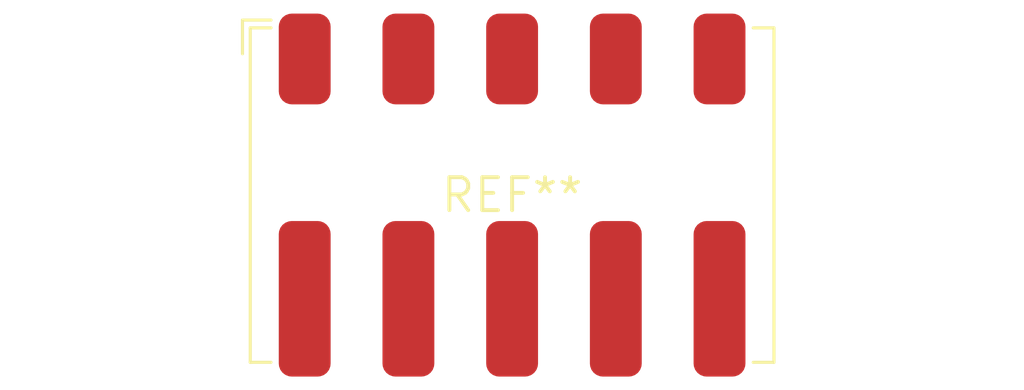
<source format=kicad_pcb>
(kicad_pcb (version 20240108) (generator pcbnew)
  (layers (0 "F.Cu" signal) (31 "B.Cu" signal) (34 "B.Paste" user) (35 "F.Paste" user) (36 "B.SilkS" user "B.Silkscreen") (37 "F.SilkS" user "F.Silkscreen") (38 "B.Mask" user) (39 "F.Mask" user) (44 "Edge.Cuts" user))
  (net 0 "")
  (footprint "TE_2834006-5_1x05_P4.0mm_Horizontal" (layer "F.Cu") (at 0 0)
    (property "Reference" "REF**")
    (property "Value" "TE_2834006-5_1x05_P4.0mm_Horizontal")
    (fp_line (start -10.4 -6.75) (end -10.4 -5.45) (layer "F.SilkS") (stroke (width 0.12)))
    (fp_line (start -10.1 -6.45) (end -9.3 -6.45) (layer "F.SilkS") (stroke (width 0.12)))
    (fp_line (start -10.1 6.45) (end -10.1 -6.45) (layer "F.SilkS") (stroke (width 0.12)))
    (fp_line (start -10.1 6.45) (end -9.3 6.45) (layer "F.SilkS") (stroke (width 0.12)))
    (fp_line (start -9.3 -6.75) (end -10.4 -6.75) (layer "F.SilkS") (stroke (width 0.12)))
    (fp_line (start 10.1 -6.45) (end 9.3 -6.45) (layer "F.SilkS") (stroke (width 0.12)))
    (fp_line (start 10.1 -6.45) (end 10.1 6.45) (layer "F.SilkS") (stroke (width 0.12)))
    (fp_line (start 10.1 6.45) (end 9.3 6.45) (layer "F.SilkS") (stroke (width 0.12)))
    (pad "1" smd roundrect (at -8 -5.25) (size 2 3.5) (layers "F.Cu" "F.Paste" "F.Mask"))
    (pad "1" smd roundrect (at -8 4) (size 2 6) (layers "F.Cu" "F.Paste" "F.Mask"))
    (pad "2" smd roundrect (at -4 -5.25) (size 2 3.5) (layers "F.Cu" "F.Paste" "F.Mask"))
    (pad "2" smd roundrect (at -4 4) (size 2 6) (layers "F.Cu" "F.Paste" "F.Mask"))
    (pad "3" smd roundrect (at 0 -5.25) (size 2 3.5) (layers "F.Cu" "F.Paste" "F.Mask"))
    (pad "3" smd roundrect (at 0 4) (size 2 6) (layers "F.Cu" "F.Paste" "F.Mask"))
    (pad "4" smd roundrect (at 4 -5.25) (size 2 3.5) (layers "F.Cu" "F.Paste" "F.Mask"))
    (pad "4" smd roundrect (at 4 4) (size 2 6) (layers "F.Cu" "F.Paste" "F.Mask"))
    (pad "5" smd roundrect (at 8 -5.25) (size 2 3.5) (layers "F.Cu" "F.Paste" "F.Mask"))
    (pad "5" smd roundrect (at 8 4) (size 2 6) (layers "F.Cu" "F.Paste" "F.Mask"))
  )
)
</source>
